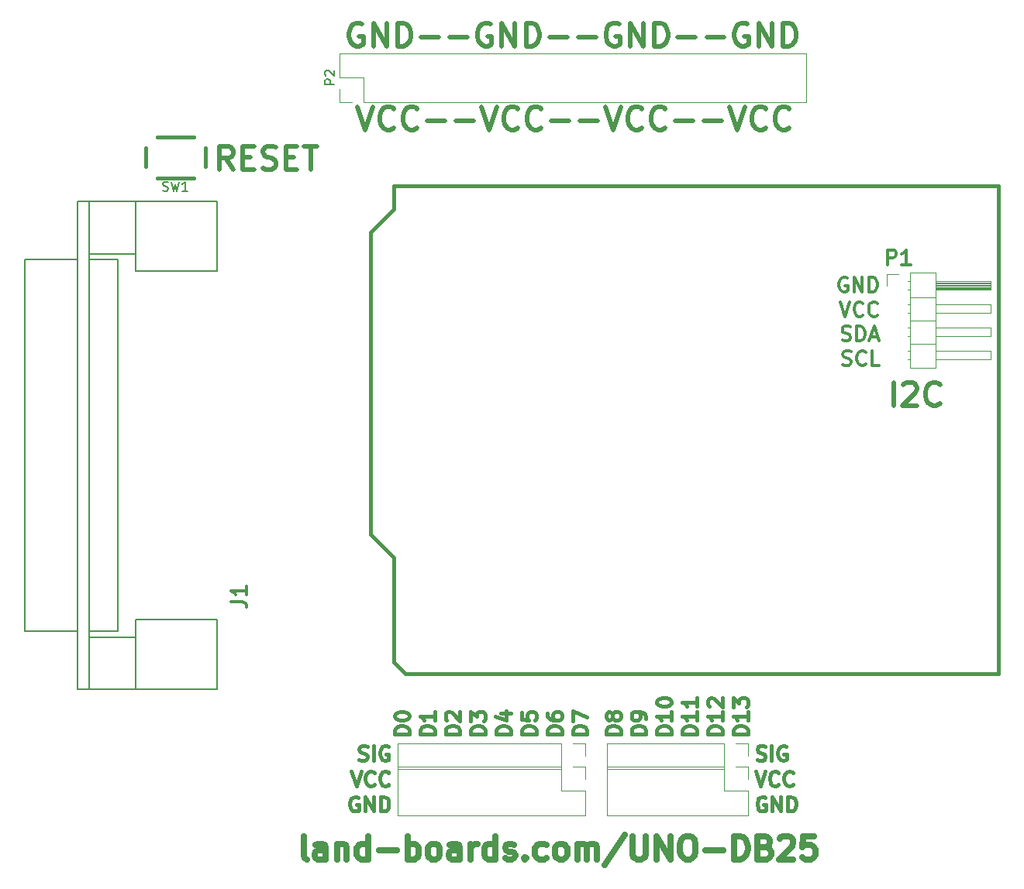
<source format=gbr>
G04 #@! TF.FileFunction,Legend,Top*
%FSLAX46Y46*%
G04 Gerber Fmt 4.6, Leading zero omitted, Abs format (unit mm)*
G04 Created by KiCad (PCBNEW 4.0.5) date 02/24/17 02:37:37*
%MOMM*%
%LPD*%
G01*
G04 APERTURE LIST*
%ADD10C,0.150000*%
%ADD11C,0.396875*%
%ADD12C,0.508000*%
%ADD13C,0.300000*%
%ADD14C,0.635000*%
%ADD15C,0.381000*%
%ADD16C,0.120000*%
%ADD17C,0.317500*%
%ADD18C,0.203200*%
G04 APERTURE END LIST*
D10*
D11*
X35055024Y-91844435D02*
X35281810Y-91920030D01*
X35659786Y-91920030D01*
X35810976Y-91844435D01*
X35886572Y-91768839D01*
X35962167Y-91617649D01*
X35962167Y-91466458D01*
X35886572Y-91315268D01*
X35810976Y-91239673D01*
X35659786Y-91164077D01*
X35357405Y-91088482D01*
X35206214Y-91012887D01*
X35130619Y-90937292D01*
X35055024Y-90786101D01*
X35055024Y-90634911D01*
X35130619Y-90483720D01*
X35206214Y-90408125D01*
X35357405Y-90332530D01*
X35735381Y-90332530D01*
X35962167Y-90408125D01*
X36642524Y-91920030D02*
X36642524Y-90332530D01*
X38230024Y-90408125D02*
X38078833Y-90332530D01*
X37852048Y-90332530D01*
X37625262Y-90408125D01*
X37474071Y-90559315D01*
X37398476Y-90710506D01*
X37322881Y-91012887D01*
X37322881Y-91239673D01*
X37398476Y-91542054D01*
X37474071Y-91693244D01*
X37625262Y-91844435D01*
X37852048Y-91920030D01*
X38003238Y-91920030D01*
X38230024Y-91844435D01*
X38305619Y-91768839D01*
X38305619Y-91239673D01*
X38003238Y-91239673D01*
X34223476Y-93110655D02*
X34752643Y-94698155D01*
X35281810Y-93110655D01*
X36718119Y-94546964D02*
X36642524Y-94622560D01*
X36415738Y-94698155D01*
X36264548Y-94698155D01*
X36037762Y-94622560D01*
X35886571Y-94471369D01*
X35810976Y-94320179D01*
X35735381Y-94017798D01*
X35735381Y-93791012D01*
X35810976Y-93488631D01*
X35886571Y-93337440D01*
X36037762Y-93186250D01*
X36264548Y-93110655D01*
X36415738Y-93110655D01*
X36642524Y-93186250D01*
X36718119Y-93261845D01*
X38305619Y-94546964D02*
X38230024Y-94622560D01*
X38003238Y-94698155D01*
X37852048Y-94698155D01*
X37625262Y-94622560D01*
X37474071Y-94471369D01*
X37398476Y-94320179D01*
X37322881Y-94017798D01*
X37322881Y-93791012D01*
X37398476Y-93488631D01*
X37474071Y-93337440D01*
X37625262Y-93186250D01*
X37852048Y-93110655D01*
X38003238Y-93110655D01*
X38230024Y-93186250D01*
X38305619Y-93261845D01*
X34979429Y-95964375D02*
X34828238Y-95888780D01*
X34601453Y-95888780D01*
X34374667Y-95964375D01*
X34223476Y-96115565D01*
X34147881Y-96266756D01*
X34072286Y-96569137D01*
X34072286Y-96795923D01*
X34147881Y-97098304D01*
X34223476Y-97249494D01*
X34374667Y-97400685D01*
X34601453Y-97476280D01*
X34752643Y-97476280D01*
X34979429Y-97400685D01*
X35055024Y-97325089D01*
X35055024Y-96795923D01*
X34752643Y-96795923D01*
X35735381Y-97476280D02*
X35735381Y-95888780D01*
X36642524Y-97476280D01*
X36642524Y-95888780D01*
X37398476Y-97476280D02*
X37398476Y-95888780D01*
X37776452Y-95888780D01*
X38003238Y-95964375D01*
X38154429Y-96115565D01*
X38230024Y-96266756D01*
X38305619Y-96569137D01*
X38305619Y-96795923D01*
X38230024Y-97098304D01*
X38154429Y-97249494D01*
X38003238Y-97400685D01*
X37776452Y-97476280D01*
X37398476Y-97476280D01*
X78534381Y-91844435D02*
X78761167Y-91920030D01*
X79139143Y-91920030D01*
X79290333Y-91844435D01*
X79365929Y-91768839D01*
X79441524Y-91617649D01*
X79441524Y-91466458D01*
X79365929Y-91315268D01*
X79290333Y-91239673D01*
X79139143Y-91164077D01*
X78836762Y-91088482D01*
X78685571Y-91012887D01*
X78609976Y-90937292D01*
X78534381Y-90786101D01*
X78534381Y-90634911D01*
X78609976Y-90483720D01*
X78685571Y-90408125D01*
X78836762Y-90332530D01*
X79214738Y-90332530D01*
X79441524Y-90408125D01*
X80121881Y-91920030D02*
X80121881Y-90332530D01*
X81709381Y-90408125D02*
X81558190Y-90332530D01*
X81331405Y-90332530D01*
X81104619Y-90408125D01*
X80953428Y-90559315D01*
X80877833Y-90710506D01*
X80802238Y-91012887D01*
X80802238Y-91239673D01*
X80877833Y-91542054D01*
X80953428Y-91693244D01*
X81104619Y-91844435D01*
X81331405Y-91920030D01*
X81482595Y-91920030D01*
X81709381Y-91844435D01*
X81784976Y-91768839D01*
X81784976Y-91239673D01*
X81482595Y-91239673D01*
X78383190Y-93110655D02*
X78912357Y-94698155D01*
X79441524Y-93110655D01*
X80877833Y-94546964D02*
X80802238Y-94622560D01*
X80575452Y-94698155D01*
X80424262Y-94698155D01*
X80197476Y-94622560D01*
X80046285Y-94471369D01*
X79970690Y-94320179D01*
X79895095Y-94017798D01*
X79895095Y-93791012D01*
X79970690Y-93488631D01*
X80046285Y-93337440D01*
X80197476Y-93186250D01*
X80424262Y-93110655D01*
X80575452Y-93110655D01*
X80802238Y-93186250D01*
X80877833Y-93261845D01*
X82465333Y-94546964D02*
X82389738Y-94622560D01*
X82162952Y-94698155D01*
X82011762Y-94698155D01*
X81784976Y-94622560D01*
X81633785Y-94471369D01*
X81558190Y-94320179D01*
X81482595Y-94017798D01*
X81482595Y-93791012D01*
X81558190Y-93488631D01*
X81633785Y-93337440D01*
X81784976Y-93186250D01*
X82011762Y-93110655D01*
X82162952Y-93110655D01*
X82389738Y-93186250D01*
X82465333Y-93261845D01*
X79441524Y-95964375D02*
X79290333Y-95888780D01*
X79063548Y-95888780D01*
X78836762Y-95964375D01*
X78685571Y-96115565D01*
X78609976Y-96266756D01*
X78534381Y-96569137D01*
X78534381Y-96795923D01*
X78609976Y-97098304D01*
X78685571Y-97249494D01*
X78836762Y-97400685D01*
X79063548Y-97476280D01*
X79214738Y-97476280D01*
X79441524Y-97400685D01*
X79517119Y-97325089D01*
X79517119Y-96795923D01*
X79214738Y-96795923D01*
X80197476Y-97476280D02*
X80197476Y-95888780D01*
X81104619Y-97476280D01*
X81104619Y-95888780D01*
X81860571Y-97476280D02*
X81860571Y-95888780D01*
X82238547Y-95888780D01*
X82465333Y-95964375D01*
X82616524Y-96115565D01*
X82692119Y-96266756D01*
X82767714Y-96569137D01*
X82767714Y-96795923D01*
X82692119Y-97098304D01*
X82616524Y-97249494D01*
X82465333Y-97400685D01*
X82238547Y-97476280D01*
X81860571Y-97476280D01*
X63622843Y-89030024D02*
X62035343Y-89030024D01*
X62035343Y-88652048D01*
X62110938Y-88425262D01*
X62262128Y-88274071D01*
X62413319Y-88198476D01*
X62715700Y-88122881D01*
X62942486Y-88122881D01*
X63244867Y-88198476D01*
X63396057Y-88274071D01*
X63547248Y-88425262D01*
X63622843Y-88652048D01*
X63622843Y-89030024D01*
X62715700Y-87215738D02*
X62640105Y-87366929D01*
X62564509Y-87442524D01*
X62413319Y-87518119D01*
X62337724Y-87518119D01*
X62186533Y-87442524D01*
X62110938Y-87366929D01*
X62035343Y-87215738D01*
X62035343Y-86913357D01*
X62110938Y-86762167D01*
X62186533Y-86686571D01*
X62337724Y-86610976D01*
X62413319Y-86610976D01*
X62564509Y-86686571D01*
X62640105Y-86762167D01*
X62715700Y-86913357D01*
X62715700Y-87215738D01*
X62791295Y-87366929D01*
X62866890Y-87442524D01*
X63018081Y-87518119D01*
X63320462Y-87518119D01*
X63471652Y-87442524D01*
X63547248Y-87366929D01*
X63622843Y-87215738D01*
X63622843Y-86913357D01*
X63547248Y-86762167D01*
X63471652Y-86686571D01*
X63320462Y-86610976D01*
X63018081Y-86610976D01*
X62866890Y-86686571D01*
X62791295Y-86762167D01*
X62715700Y-86913357D01*
X66400968Y-89030024D02*
X64813468Y-89030024D01*
X64813468Y-88652048D01*
X64889063Y-88425262D01*
X65040253Y-88274071D01*
X65191444Y-88198476D01*
X65493825Y-88122881D01*
X65720611Y-88122881D01*
X66022992Y-88198476D01*
X66174182Y-88274071D01*
X66325373Y-88425262D01*
X66400968Y-88652048D01*
X66400968Y-89030024D01*
X66400968Y-87366929D02*
X66400968Y-87064548D01*
X66325373Y-86913357D01*
X66249777Y-86837762D01*
X66022992Y-86686571D01*
X65720611Y-86610976D01*
X65115849Y-86610976D01*
X64964658Y-86686571D01*
X64889063Y-86762167D01*
X64813468Y-86913357D01*
X64813468Y-87215738D01*
X64889063Y-87366929D01*
X64964658Y-87442524D01*
X65115849Y-87518119D01*
X65493825Y-87518119D01*
X65645015Y-87442524D01*
X65720611Y-87366929D01*
X65796206Y-87215738D01*
X65796206Y-86913357D01*
X65720611Y-86762167D01*
X65645015Y-86686571D01*
X65493825Y-86610976D01*
X69179093Y-89030024D02*
X67591593Y-89030024D01*
X67591593Y-88652048D01*
X67667188Y-88425262D01*
X67818378Y-88274071D01*
X67969569Y-88198476D01*
X68271950Y-88122881D01*
X68498736Y-88122881D01*
X68801117Y-88198476D01*
X68952307Y-88274071D01*
X69103498Y-88425262D01*
X69179093Y-88652048D01*
X69179093Y-89030024D01*
X69179093Y-86610976D02*
X69179093Y-87518119D01*
X69179093Y-87064548D02*
X67591593Y-87064548D01*
X67818378Y-87215738D01*
X67969569Y-87366929D01*
X68045164Y-87518119D01*
X67591593Y-85628238D02*
X67591593Y-85477047D01*
X67667188Y-85325857D01*
X67742783Y-85250262D01*
X67893974Y-85174666D01*
X68196355Y-85099071D01*
X68574331Y-85099071D01*
X68876712Y-85174666D01*
X69027902Y-85250262D01*
X69103498Y-85325857D01*
X69179093Y-85477047D01*
X69179093Y-85628238D01*
X69103498Y-85779428D01*
X69027902Y-85855024D01*
X68876712Y-85930619D01*
X68574331Y-86006214D01*
X68196355Y-86006214D01*
X67893974Y-85930619D01*
X67742783Y-85855024D01*
X67667188Y-85779428D01*
X67591593Y-85628238D01*
X71957218Y-89030024D02*
X70369718Y-89030024D01*
X70369718Y-88652048D01*
X70445313Y-88425262D01*
X70596503Y-88274071D01*
X70747694Y-88198476D01*
X71050075Y-88122881D01*
X71276861Y-88122881D01*
X71579242Y-88198476D01*
X71730432Y-88274071D01*
X71881623Y-88425262D01*
X71957218Y-88652048D01*
X71957218Y-89030024D01*
X71957218Y-86610976D02*
X71957218Y-87518119D01*
X71957218Y-87064548D02*
X70369718Y-87064548D01*
X70596503Y-87215738D01*
X70747694Y-87366929D01*
X70823289Y-87518119D01*
X71957218Y-85099071D02*
X71957218Y-86006214D01*
X71957218Y-85552643D02*
X70369718Y-85552643D01*
X70596503Y-85703833D01*
X70747694Y-85855024D01*
X70823289Y-86006214D01*
X74735343Y-89030024D02*
X73147843Y-89030024D01*
X73147843Y-88652048D01*
X73223438Y-88425262D01*
X73374628Y-88274071D01*
X73525819Y-88198476D01*
X73828200Y-88122881D01*
X74054986Y-88122881D01*
X74357367Y-88198476D01*
X74508557Y-88274071D01*
X74659748Y-88425262D01*
X74735343Y-88652048D01*
X74735343Y-89030024D01*
X74735343Y-86610976D02*
X74735343Y-87518119D01*
X74735343Y-87064548D02*
X73147843Y-87064548D01*
X73374628Y-87215738D01*
X73525819Y-87366929D01*
X73601414Y-87518119D01*
X73299033Y-86006214D02*
X73223438Y-85930619D01*
X73147843Y-85779428D01*
X73147843Y-85401452D01*
X73223438Y-85250262D01*
X73299033Y-85174666D01*
X73450224Y-85099071D01*
X73601414Y-85099071D01*
X73828200Y-85174666D01*
X74735343Y-86081809D01*
X74735343Y-85099071D01*
X77513468Y-89030024D02*
X75925968Y-89030024D01*
X75925968Y-88652048D01*
X76001563Y-88425262D01*
X76152753Y-88274071D01*
X76303944Y-88198476D01*
X76606325Y-88122881D01*
X76833111Y-88122881D01*
X77135492Y-88198476D01*
X77286682Y-88274071D01*
X77437873Y-88425262D01*
X77513468Y-88652048D01*
X77513468Y-89030024D01*
X77513468Y-86610976D02*
X77513468Y-87518119D01*
X77513468Y-87064548D02*
X75925968Y-87064548D01*
X76152753Y-87215738D01*
X76303944Y-87366929D01*
X76379539Y-87518119D01*
X75925968Y-86081809D02*
X75925968Y-85099071D01*
X76530730Y-85628238D01*
X76530730Y-85401452D01*
X76606325Y-85250262D01*
X76681920Y-85174666D01*
X76833111Y-85099071D01*
X77211087Y-85099071D01*
X77362277Y-85174666D01*
X77437873Y-85250262D01*
X77513468Y-85401452D01*
X77513468Y-85855024D01*
X77437873Y-86006214D01*
X77362277Y-86081809D01*
X40524718Y-89030024D02*
X38937218Y-89030024D01*
X38937218Y-88652048D01*
X39012813Y-88425262D01*
X39164003Y-88274071D01*
X39315194Y-88198476D01*
X39617575Y-88122881D01*
X39844361Y-88122881D01*
X40146742Y-88198476D01*
X40297932Y-88274071D01*
X40449123Y-88425262D01*
X40524718Y-88652048D01*
X40524718Y-89030024D01*
X38937218Y-87140143D02*
X38937218Y-86988952D01*
X39012813Y-86837762D01*
X39088408Y-86762167D01*
X39239599Y-86686571D01*
X39541980Y-86610976D01*
X39919956Y-86610976D01*
X40222337Y-86686571D01*
X40373527Y-86762167D01*
X40449123Y-86837762D01*
X40524718Y-86988952D01*
X40524718Y-87140143D01*
X40449123Y-87291333D01*
X40373527Y-87366929D01*
X40222337Y-87442524D01*
X39919956Y-87518119D01*
X39541980Y-87518119D01*
X39239599Y-87442524D01*
X39088408Y-87366929D01*
X39012813Y-87291333D01*
X38937218Y-87140143D01*
X43302843Y-89030024D02*
X41715343Y-89030024D01*
X41715343Y-88652048D01*
X41790938Y-88425262D01*
X41942128Y-88274071D01*
X42093319Y-88198476D01*
X42395700Y-88122881D01*
X42622486Y-88122881D01*
X42924867Y-88198476D01*
X43076057Y-88274071D01*
X43227248Y-88425262D01*
X43302843Y-88652048D01*
X43302843Y-89030024D01*
X43302843Y-86610976D02*
X43302843Y-87518119D01*
X43302843Y-87064548D02*
X41715343Y-87064548D01*
X41942128Y-87215738D01*
X42093319Y-87366929D01*
X42168914Y-87518119D01*
X46080968Y-89030024D02*
X44493468Y-89030024D01*
X44493468Y-88652048D01*
X44569063Y-88425262D01*
X44720253Y-88274071D01*
X44871444Y-88198476D01*
X45173825Y-88122881D01*
X45400611Y-88122881D01*
X45702992Y-88198476D01*
X45854182Y-88274071D01*
X46005373Y-88425262D01*
X46080968Y-88652048D01*
X46080968Y-89030024D01*
X44644658Y-87518119D02*
X44569063Y-87442524D01*
X44493468Y-87291333D01*
X44493468Y-86913357D01*
X44569063Y-86762167D01*
X44644658Y-86686571D01*
X44795849Y-86610976D01*
X44947039Y-86610976D01*
X45173825Y-86686571D01*
X46080968Y-87593714D01*
X46080968Y-86610976D01*
X48859093Y-89030024D02*
X47271593Y-89030024D01*
X47271593Y-88652048D01*
X47347188Y-88425262D01*
X47498378Y-88274071D01*
X47649569Y-88198476D01*
X47951950Y-88122881D01*
X48178736Y-88122881D01*
X48481117Y-88198476D01*
X48632307Y-88274071D01*
X48783498Y-88425262D01*
X48859093Y-88652048D01*
X48859093Y-89030024D01*
X47271593Y-87593714D02*
X47271593Y-86610976D01*
X47876355Y-87140143D01*
X47876355Y-86913357D01*
X47951950Y-86762167D01*
X48027545Y-86686571D01*
X48178736Y-86610976D01*
X48556712Y-86610976D01*
X48707902Y-86686571D01*
X48783498Y-86762167D01*
X48859093Y-86913357D01*
X48859093Y-87366929D01*
X48783498Y-87518119D01*
X48707902Y-87593714D01*
X51637218Y-89030024D02*
X50049718Y-89030024D01*
X50049718Y-88652048D01*
X50125313Y-88425262D01*
X50276503Y-88274071D01*
X50427694Y-88198476D01*
X50730075Y-88122881D01*
X50956861Y-88122881D01*
X51259242Y-88198476D01*
X51410432Y-88274071D01*
X51561623Y-88425262D01*
X51637218Y-88652048D01*
X51637218Y-89030024D01*
X50578884Y-86762167D02*
X51637218Y-86762167D01*
X49974123Y-87140143D02*
X51108051Y-87518119D01*
X51108051Y-86535381D01*
X54415343Y-89030024D02*
X52827843Y-89030024D01*
X52827843Y-88652048D01*
X52903438Y-88425262D01*
X53054628Y-88274071D01*
X53205819Y-88198476D01*
X53508200Y-88122881D01*
X53734986Y-88122881D01*
X54037367Y-88198476D01*
X54188557Y-88274071D01*
X54339748Y-88425262D01*
X54415343Y-88652048D01*
X54415343Y-89030024D01*
X52827843Y-86686571D02*
X52827843Y-87442524D01*
X53583795Y-87518119D01*
X53508200Y-87442524D01*
X53432605Y-87291333D01*
X53432605Y-86913357D01*
X53508200Y-86762167D01*
X53583795Y-86686571D01*
X53734986Y-86610976D01*
X54112962Y-86610976D01*
X54264152Y-86686571D01*
X54339748Y-86762167D01*
X54415343Y-86913357D01*
X54415343Y-87291333D01*
X54339748Y-87442524D01*
X54264152Y-87518119D01*
X57193468Y-89030024D02*
X55605968Y-89030024D01*
X55605968Y-88652048D01*
X55681563Y-88425262D01*
X55832753Y-88274071D01*
X55983944Y-88198476D01*
X56286325Y-88122881D01*
X56513111Y-88122881D01*
X56815492Y-88198476D01*
X56966682Y-88274071D01*
X57117873Y-88425262D01*
X57193468Y-88652048D01*
X57193468Y-89030024D01*
X55605968Y-86762167D02*
X55605968Y-87064548D01*
X55681563Y-87215738D01*
X55757158Y-87291333D01*
X55983944Y-87442524D01*
X56286325Y-87518119D01*
X56891087Y-87518119D01*
X57042277Y-87442524D01*
X57117873Y-87366929D01*
X57193468Y-87215738D01*
X57193468Y-86913357D01*
X57117873Y-86762167D01*
X57042277Y-86686571D01*
X56891087Y-86610976D01*
X56513111Y-86610976D01*
X56361920Y-86686571D01*
X56286325Y-86762167D01*
X56210730Y-86913357D01*
X56210730Y-87215738D01*
X56286325Y-87366929D01*
X56361920Y-87442524D01*
X56513111Y-87518119D01*
X59971593Y-89030024D02*
X58384093Y-89030024D01*
X58384093Y-88652048D01*
X58459688Y-88425262D01*
X58610878Y-88274071D01*
X58762069Y-88198476D01*
X59064450Y-88122881D01*
X59291236Y-88122881D01*
X59593617Y-88198476D01*
X59744807Y-88274071D01*
X59895998Y-88425262D01*
X59971593Y-88652048D01*
X59971593Y-89030024D01*
X58384093Y-87593714D02*
X58384093Y-86535381D01*
X59971593Y-87215738D01*
D12*
X34894761Y-20453048D02*
X35741427Y-22993048D01*
X36588094Y-20453048D01*
X38886189Y-22751143D02*
X38765237Y-22872095D01*
X38402380Y-22993048D01*
X38160475Y-22993048D01*
X37797618Y-22872095D01*
X37555713Y-22630190D01*
X37434761Y-22388286D01*
X37313809Y-21904476D01*
X37313809Y-21541619D01*
X37434761Y-21057810D01*
X37555713Y-20815905D01*
X37797618Y-20574000D01*
X38160475Y-20453048D01*
X38402380Y-20453048D01*
X38765237Y-20574000D01*
X38886189Y-20694952D01*
X41426189Y-22751143D02*
X41305237Y-22872095D01*
X40942380Y-22993048D01*
X40700475Y-22993048D01*
X40337618Y-22872095D01*
X40095713Y-22630190D01*
X39974761Y-22388286D01*
X39853809Y-21904476D01*
X39853809Y-21541619D01*
X39974761Y-21057810D01*
X40095713Y-20815905D01*
X40337618Y-20574000D01*
X40700475Y-20453048D01*
X40942380Y-20453048D01*
X41305237Y-20574000D01*
X41426189Y-20694952D01*
X42514761Y-22025429D02*
X44449999Y-22025429D01*
X45659523Y-22025429D02*
X47594761Y-22025429D01*
X48441428Y-20453048D02*
X49288094Y-22993048D01*
X50134761Y-20453048D01*
X52432856Y-22751143D02*
X52311904Y-22872095D01*
X51949047Y-22993048D01*
X51707142Y-22993048D01*
X51344285Y-22872095D01*
X51102380Y-22630190D01*
X50981428Y-22388286D01*
X50860476Y-21904476D01*
X50860476Y-21541619D01*
X50981428Y-21057810D01*
X51102380Y-20815905D01*
X51344285Y-20574000D01*
X51707142Y-20453048D01*
X51949047Y-20453048D01*
X52311904Y-20574000D01*
X52432856Y-20694952D01*
X54972856Y-22751143D02*
X54851904Y-22872095D01*
X54489047Y-22993048D01*
X54247142Y-22993048D01*
X53884285Y-22872095D01*
X53642380Y-22630190D01*
X53521428Y-22388286D01*
X53400476Y-21904476D01*
X53400476Y-21541619D01*
X53521428Y-21057810D01*
X53642380Y-20815905D01*
X53884285Y-20574000D01*
X54247142Y-20453048D01*
X54489047Y-20453048D01*
X54851904Y-20574000D01*
X54972856Y-20694952D01*
X56061428Y-22025429D02*
X57996666Y-22025429D01*
X59206190Y-22025429D02*
X61141428Y-22025429D01*
X61988095Y-20453048D02*
X62834761Y-22993048D01*
X63681428Y-20453048D01*
X65979523Y-22751143D02*
X65858571Y-22872095D01*
X65495714Y-22993048D01*
X65253809Y-22993048D01*
X64890952Y-22872095D01*
X64649047Y-22630190D01*
X64528095Y-22388286D01*
X64407143Y-21904476D01*
X64407143Y-21541619D01*
X64528095Y-21057810D01*
X64649047Y-20815905D01*
X64890952Y-20574000D01*
X65253809Y-20453048D01*
X65495714Y-20453048D01*
X65858571Y-20574000D01*
X65979523Y-20694952D01*
X68519523Y-22751143D02*
X68398571Y-22872095D01*
X68035714Y-22993048D01*
X67793809Y-22993048D01*
X67430952Y-22872095D01*
X67189047Y-22630190D01*
X67068095Y-22388286D01*
X66947143Y-21904476D01*
X66947143Y-21541619D01*
X67068095Y-21057810D01*
X67189047Y-20815905D01*
X67430952Y-20574000D01*
X67793809Y-20453048D01*
X68035714Y-20453048D01*
X68398571Y-20574000D01*
X68519523Y-20694952D01*
X69608095Y-22025429D02*
X71543333Y-22025429D01*
X72752857Y-22025429D02*
X74688095Y-22025429D01*
X75534762Y-20453048D02*
X76381428Y-22993048D01*
X77228095Y-20453048D01*
X79526190Y-22751143D02*
X79405238Y-22872095D01*
X79042381Y-22993048D01*
X78800476Y-22993048D01*
X78437619Y-22872095D01*
X78195714Y-22630190D01*
X78074762Y-22388286D01*
X77953810Y-21904476D01*
X77953810Y-21541619D01*
X78074762Y-21057810D01*
X78195714Y-20815905D01*
X78437619Y-20574000D01*
X78800476Y-20453048D01*
X79042381Y-20453048D01*
X79405238Y-20574000D01*
X79526190Y-20694952D01*
X82066190Y-22751143D02*
X81945238Y-22872095D01*
X81582381Y-22993048D01*
X81340476Y-22993048D01*
X80977619Y-22872095D01*
X80735714Y-22630190D01*
X80614762Y-22388286D01*
X80493810Y-21904476D01*
X80493810Y-21541619D01*
X80614762Y-21057810D01*
X80735714Y-20815905D01*
X80977619Y-20574000D01*
X81340476Y-20453048D01*
X81582381Y-20453048D01*
X81945238Y-20574000D01*
X82066190Y-20694952D01*
X35414858Y-11430000D02*
X35172953Y-11309048D01*
X34810096Y-11309048D01*
X34447239Y-11430000D01*
X34205334Y-11671905D01*
X34084382Y-11913810D01*
X33963430Y-12397619D01*
X33963430Y-12760476D01*
X34084382Y-13244286D01*
X34205334Y-13486190D01*
X34447239Y-13728095D01*
X34810096Y-13849048D01*
X35052001Y-13849048D01*
X35414858Y-13728095D01*
X35535810Y-13607143D01*
X35535810Y-12760476D01*
X35052001Y-12760476D01*
X36624382Y-13849048D02*
X36624382Y-11309048D01*
X38075810Y-13849048D01*
X38075810Y-11309048D01*
X39285334Y-13849048D02*
X39285334Y-11309048D01*
X39890096Y-11309048D01*
X40252953Y-11430000D01*
X40494858Y-11671905D01*
X40615810Y-11913810D01*
X40736762Y-12397619D01*
X40736762Y-12760476D01*
X40615810Y-13244286D01*
X40494858Y-13486190D01*
X40252953Y-13728095D01*
X39890096Y-13849048D01*
X39285334Y-13849048D01*
X41825334Y-12881429D02*
X43760572Y-12881429D01*
X44970096Y-12881429D02*
X46905334Y-12881429D01*
X49445334Y-11430000D02*
X49203429Y-11309048D01*
X48840572Y-11309048D01*
X48477715Y-11430000D01*
X48235810Y-11671905D01*
X48114858Y-11913810D01*
X47993906Y-12397619D01*
X47993906Y-12760476D01*
X48114858Y-13244286D01*
X48235810Y-13486190D01*
X48477715Y-13728095D01*
X48840572Y-13849048D01*
X49082477Y-13849048D01*
X49445334Y-13728095D01*
X49566286Y-13607143D01*
X49566286Y-12760476D01*
X49082477Y-12760476D01*
X50654858Y-13849048D02*
X50654858Y-11309048D01*
X52106286Y-13849048D01*
X52106286Y-11309048D01*
X53315810Y-13849048D02*
X53315810Y-11309048D01*
X53920572Y-11309048D01*
X54283429Y-11430000D01*
X54525334Y-11671905D01*
X54646286Y-11913810D01*
X54767238Y-12397619D01*
X54767238Y-12760476D01*
X54646286Y-13244286D01*
X54525334Y-13486190D01*
X54283429Y-13728095D01*
X53920572Y-13849048D01*
X53315810Y-13849048D01*
X55855810Y-12881429D02*
X57791048Y-12881429D01*
X59000572Y-12881429D02*
X60935810Y-12881429D01*
X63475810Y-11430000D02*
X63233905Y-11309048D01*
X62871048Y-11309048D01*
X62508191Y-11430000D01*
X62266286Y-11671905D01*
X62145334Y-11913810D01*
X62024382Y-12397619D01*
X62024382Y-12760476D01*
X62145334Y-13244286D01*
X62266286Y-13486190D01*
X62508191Y-13728095D01*
X62871048Y-13849048D01*
X63112953Y-13849048D01*
X63475810Y-13728095D01*
X63596762Y-13607143D01*
X63596762Y-12760476D01*
X63112953Y-12760476D01*
X64685334Y-13849048D02*
X64685334Y-11309048D01*
X66136762Y-13849048D01*
X66136762Y-11309048D01*
X67346286Y-13849048D02*
X67346286Y-11309048D01*
X67951048Y-11309048D01*
X68313905Y-11430000D01*
X68555810Y-11671905D01*
X68676762Y-11913810D01*
X68797714Y-12397619D01*
X68797714Y-12760476D01*
X68676762Y-13244286D01*
X68555810Y-13486190D01*
X68313905Y-13728095D01*
X67951048Y-13849048D01*
X67346286Y-13849048D01*
X69886286Y-12881429D02*
X71821524Y-12881429D01*
X73031048Y-12881429D02*
X74966286Y-12881429D01*
X77506286Y-11430000D02*
X77264381Y-11309048D01*
X76901524Y-11309048D01*
X76538667Y-11430000D01*
X76296762Y-11671905D01*
X76175810Y-11913810D01*
X76054858Y-12397619D01*
X76054858Y-12760476D01*
X76175810Y-13244286D01*
X76296762Y-13486190D01*
X76538667Y-13728095D01*
X76901524Y-13849048D01*
X77143429Y-13849048D01*
X77506286Y-13728095D01*
X77627238Y-13607143D01*
X77627238Y-12760476D01*
X77143429Y-12760476D01*
X78715810Y-13849048D02*
X78715810Y-11309048D01*
X80167238Y-13849048D01*
X80167238Y-11309048D01*
X81376762Y-13849048D02*
X81376762Y-11309048D01*
X81981524Y-11309048D01*
X82344381Y-11430000D01*
X82586286Y-11671905D01*
X82707238Y-11913810D01*
X82828190Y-12397619D01*
X82828190Y-12760476D01*
X82707238Y-13244286D01*
X82586286Y-13486190D01*
X82344381Y-13728095D01*
X81981524Y-13849048D01*
X81376762Y-13849048D01*
X21299714Y-27311048D02*
X20453048Y-26101524D01*
X19848286Y-27311048D02*
X19848286Y-24771048D01*
X20815905Y-24771048D01*
X21057810Y-24892000D01*
X21178762Y-25012952D01*
X21299714Y-25254857D01*
X21299714Y-25617714D01*
X21178762Y-25859619D01*
X21057810Y-25980571D01*
X20815905Y-26101524D01*
X19848286Y-26101524D01*
X22388286Y-25980571D02*
X23234953Y-25980571D01*
X23597810Y-27311048D02*
X22388286Y-27311048D01*
X22388286Y-24771048D01*
X23597810Y-24771048D01*
X24565429Y-27190095D02*
X24928286Y-27311048D01*
X25533048Y-27311048D01*
X25774952Y-27190095D01*
X25895905Y-27069143D01*
X26016857Y-26827238D01*
X26016857Y-26585333D01*
X25895905Y-26343429D01*
X25774952Y-26222476D01*
X25533048Y-26101524D01*
X25049238Y-25980571D01*
X24807333Y-25859619D01*
X24686381Y-25738667D01*
X24565429Y-25496762D01*
X24565429Y-25254857D01*
X24686381Y-25012952D01*
X24807333Y-24892000D01*
X25049238Y-24771048D01*
X25654000Y-24771048D01*
X26016857Y-24892000D01*
X27105429Y-25980571D02*
X27952096Y-25980571D01*
X28314953Y-27311048D02*
X27105429Y-27311048D01*
X27105429Y-24771048D01*
X28314953Y-24771048D01*
X29040667Y-24771048D02*
X30492095Y-24771048D01*
X29766381Y-27311048D02*
X29766381Y-24771048D01*
X93436190Y-53149048D02*
X93436190Y-50609048D01*
X94524762Y-50850952D02*
X94645714Y-50730000D01*
X94887619Y-50609048D01*
X95492381Y-50609048D01*
X95734285Y-50730000D01*
X95855238Y-50850952D01*
X95976190Y-51092857D01*
X95976190Y-51334762D01*
X95855238Y-51697619D01*
X94403809Y-53149048D01*
X95976190Y-53149048D01*
X98516190Y-52907143D02*
X98395238Y-53028095D01*
X98032381Y-53149048D01*
X97790476Y-53149048D01*
X97427619Y-53028095D01*
X97185714Y-52786190D01*
X97064762Y-52544286D01*
X96943810Y-52060476D01*
X96943810Y-51697619D01*
X97064762Y-51213810D01*
X97185714Y-50971905D01*
X97427619Y-50730000D01*
X97790476Y-50609048D01*
X98032381Y-50609048D01*
X98395238Y-50730000D01*
X98516190Y-50850952D01*
D13*
X88371429Y-39184375D02*
X88220238Y-39108780D01*
X87993453Y-39108780D01*
X87766667Y-39184375D01*
X87615476Y-39335565D01*
X87539881Y-39486756D01*
X87464286Y-39789137D01*
X87464286Y-40015923D01*
X87539881Y-40318304D01*
X87615476Y-40469494D01*
X87766667Y-40620685D01*
X87993453Y-40696280D01*
X88144643Y-40696280D01*
X88371429Y-40620685D01*
X88447024Y-40545089D01*
X88447024Y-40015923D01*
X88144643Y-40015923D01*
X89127381Y-40696280D02*
X89127381Y-39108780D01*
X90034524Y-40696280D01*
X90034524Y-39108780D01*
X90790476Y-40696280D02*
X90790476Y-39108780D01*
X91168452Y-39108780D01*
X91395238Y-39184375D01*
X91546429Y-39335565D01*
X91622024Y-39486756D01*
X91697619Y-39789137D01*
X91697619Y-40015923D01*
X91622024Y-40318304D01*
X91546429Y-40469494D01*
X91395238Y-40620685D01*
X91168452Y-40696280D01*
X90790476Y-40696280D01*
X87615476Y-41790030D02*
X88144643Y-43377530D01*
X88673810Y-41790030D01*
X90110119Y-43226339D02*
X90034524Y-43301935D01*
X89807738Y-43377530D01*
X89656548Y-43377530D01*
X89429762Y-43301935D01*
X89278571Y-43150744D01*
X89202976Y-42999554D01*
X89127381Y-42697173D01*
X89127381Y-42470387D01*
X89202976Y-42168006D01*
X89278571Y-42016815D01*
X89429762Y-41865625D01*
X89656548Y-41790030D01*
X89807738Y-41790030D01*
X90034524Y-41865625D01*
X90110119Y-41941220D01*
X91697619Y-43226339D02*
X91622024Y-43301935D01*
X91395238Y-43377530D01*
X91244048Y-43377530D01*
X91017262Y-43301935D01*
X90866071Y-43150744D01*
X90790476Y-42999554D01*
X90714881Y-42697173D01*
X90714881Y-42470387D01*
X90790476Y-42168006D01*
X90866071Y-42016815D01*
X91017262Y-41865625D01*
X91244048Y-41790030D01*
X91395238Y-41790030D01*
X91622024Y-41865625D01*
X91697619Y-41941220D01*
X87842262Y-45983185D02*
X88069048Y-46058780D01*
X88447024Y-46058780D01*
X88598214Y-45983185D01*
X88673810Y-45907589D01*
X88749405Y-45756399D01*
X88749405Y-45605208D01*
X88673810Y-45454018D01*
X88598214Y-45378423D01*
X88447024Y-45302827D01*
X88144643Y-45227232D01*
X87993452Y-45151637D01*
X87917857Y-45076042D01*
X87842262Y-44924851D01*
X87842262Y-44773661D01*
X87917857Y-44622470D01*
X87993452Y-44546875D01*
X88144643Y-44471280D01*
X88522619Y-44471280D01*
X88749405Y-44546875D01*
X89429762Y-46058780D02*
X89429762Y-44471280D01*
X89807738Y-44471280D01*
X90034524Y-44546875D01*
X90185715Y-44698065D01*
X90261310Y-44849256D01*
X90336905Y-45151637D01*
X90336905Y-45378423D01*
X90261310Y-45680804D01*
X90185715Y-45831994D01*
X90034524Y-45983185D01*
X89807738Y-46058780D01*
X89429762Y-46058780D01*
X90941667Y-45605208D02*
X91697619Y-45605208D01*
X90790476Y-46058780D02*
X91319643Y-44471280D01*
X91848810Y-46058780D01*
X87917857Y-48664435D02*
X88144643Y-48740030D01*
X88522619Y-48740030D01*
X88673809Y-48664435D01*
X88749405Y-48588839D01*
X88825000Y-48437649D01*
X88825000Y-48286458D01*
X88749405Y-48135268D01*
X88673809Y-48059673D01*
X88522619Y-47984077D01*
X88220238Y-47908482D01*
X88069047Y-47832887D01*
X87993452Y-47757292D01*
X87917857Y-47606101D01*
X87917857Y-47454911D01*
X87993452Y-47303720D01*
X88069047Y-47228125D01*
X88220238Y-47152530D01*
X88598214Y-47152530D01*
X88825000Y-47228125D01*
X90412500Y-48588839D02*
X90336905Y-48664435D01*
X90110119Y-48740030D01*
X89958929Y-48740030D01*
X89732143Y-48664435D01*
X89580952Y-48513244D01*
X89505357Y-48362054D01*
X89429762Y-48059673D01*
X89429762Y-47832887D01*
X89505357Y-47530506D01*
X89580952Y-47379315D01*
X89732143Y-47228125D01*
X89958929Y-47152530D01*
X90110119Y-47152530D01*
X90336905Y-47228125D01*
X90412500Y-47303720D01*
X91848810Y-48740030D02*
X91092857Y-48740030D01*
X91092857Y-47152530D01*
D14*
X29379335Y-102749048D02*
X29137430Y-102628095D01*
X29016478Y-102386190D01*
X29016478Y-100209048D01*
X31435525Y-102749048D02*
X31435525Y-101418571D01*
X31314573Y-101176667D01*
X31072668Y-101055714D01*
X30588859Y-101055714D01*
X30346954Y-101176667D01*
X31435525Y-102628095D02*
X31193621Y-102749048D01*
X30588859Y-102749048D01*
X30346954Y-102628095D01*
X30226002Y-102386190D01*
X30226002Y-102144286D01*
X30346954Y-101902381D01*
X30588859Y-101781429D01*
X31193621Y-101781429D01*
X31435525Y-101660476D01*
X32645049Y-101055714D02*
X32645049Y-102749048D01*
X32645049Y-101297619D02*
X32766001Y-101176667D01*
X33007906Y-101055714D01*
X33370763Y-101055714D01*
X33612668Y-101176667D01*
X33733620Y-101418571D01*
X33733620Y-102749048D01*
X36031715Y-102749048D02*
X36031715Y-100209048D01*
X36031715Y-102628095D02*
X35789811Y-102749048D01*
X35306001Y-102749048D01*
X35064096Y-102628095D01*
X34943144Y-102507143D01*
X34822192Y-102265238D01*
X34822192Y-101539524D01*
X34943144Y-101297619D01*
X35064096Y-101176667D01*
X35306001Y-101055714D01*
X35789811Y-101055714D01*
X36031715Y-101176667D01*
X37241239Y-101781429D02*
X39176477Y-101781429D01*
X40386001Y-102749048D02*
X40386001Y-100209048D01*
X40386001Y-101176667D02*
X40627906Y-101055714D01*
X41111715Y-101055714D01*
X41353620Y-101176667D01*
X41474572Y-101297619D01*
X41595525Y-101539524D01*
X41595525Y-102265238D01*
X41474572Y-102507143D01*
X41353620Y-102628095D01*
X41111715Y-102749048D01*
X40627906Y-102749048D01*
X40386001Y-102628095D01*
X43046953Y-102749048D02*
X42805048Y-102628095D01*
X42684096Y-102507143D01*
X42563144Y-102265238D01*
X42563144Y-101539524D01*
X42684096Y-101297619D01*
X42805048Y-101176667D01*
X43046953Y-101055714D01*
X43409810Y-101055714D01*
X43651715Y-101176667D01*
X43772667Y-101297619D01*
X43893620Y-101539524D01*
X43893620Y-102265238D01*
X43772667Y-102507143D01*
X43651715Y-102628095D01*
X43409810Y-102749048D01*
X43046953Y-102749048D01*
X46070762Y-102749048D02*
X46070762Y-101418571D01*
X45949810Y-101176667D01*
X45707905Y-101055714D01*
X45224096Y-101055714D01*
X44982191Y-101176667D01*
X46070762Y-102628095D02*
X45828858Y-102749048D01*
X45224096Y-102749048D01*
X44982191Y-102628095D01*
X44861239Y-102386190D01*
X44861239Y-102144286D01*
X44982191Y-101902381D01*
X45224096Y-101781429D01*
X45828858Y-101781429D01*
X46070762Y-101660476D01*
X47280286Y-102749048D02*
X47280286Y-101055714D01*
X47280286Y-101539524D02*
X47401238Y-101297619D01*
X47522191Y-101176667D01*
X47764095Y-101055714D01*
X48006000Y-101055714D01*
X49941238Y-102749048D02*
X49941238Y-100209048D01*
X49941238Y-102628095D02*
X49699334Y-102749048D01*
X49215524Y-102749048D01*
X48973619Y-102628095D01*
X48852667Y-102507143D01*
X48731715Y-102265238D01*
X48731715Y-101539524D01*
X48852667Y-101297619D01*
X48973619Y-101176667D01*
X49215524Y-101055714D01*
X49699334Y-101055714D01*
X49941238Y-101176667D01*
X51029810Y-102628095D02*
X51271714Y-102749048D01*
X51755524Y-102749048D01*
X51997429Y-102628095D01*
X52118381Y-102386190D01*
X52118381Y-102265238D01*
X51997429Y-102023333D01*
X51755524Y-101902381D01*
X51392667Y-101902381D01*
X51150762Y-101781429D01*
X51029810Y-101539524D01*
X51029810Y-101418571D01*
X51150762Y-101176667D01*
X51392667Y-101055714D01*
X51755524Y-101055714D01*
X51997429Y-101176667D01*
X53206952Y-102507143D02*
X53327904Y-102628095D01*
X53206952Y-102749048D01*
X53086000Y-102628095D01*
X53206952Y-102507143D01*
X53206952Y-102749048D01*
X55505047Y-102628095D02*
X55263143Y-102749048D01*
X54779333Y-102749048D01*
X54537428Y-102628095D01*
X54416476Y-102507143D01*
X54295524Y-102265238D01*
X54295524Y-101539524D01*
X54416476Y-101297619D01*
X54537428Y-101176667D01*
X54779333Y-101055714D01*
X55263143Y-101055714D01*
X55505047Y-101176667D01*
X56956476Y-102749048D02*
X56714571Y-102628095D01*
X56593619Y-102507143D01*
X56472667Y-102265238D01*
X56472667Y-101539524D01*
X56593619Y-101297619D01*
X56714571Y-101176667D01*
X56956476Y-101055714D01*
X57319333Y-101055714D01*
X57561238Y-101176667D01*
X57682190Y-101297619D01*
X57803143Y-101539524D01*
X57803143Y-102265238D01*
X57682190Y-102507143D01*
X57561238Y-102628095D01*
X57319333Y-102749048D01*
X56956476Y-102749048D01*
X58891714Y-102749048D02*
X58891714Y-101055714D01*
X58891714Y-101297619D02*
X59012666Y-101176667D01*
X59254571Y-101055714D01*
X59617428Y-101055714D01*
X59859333Y-101176667D01*
X59980285Y-101418571D01*
X59980285Y-102749048D01*
X59980285Y-101418571D02*
X60101238Y-101176667D01*
X60343142Y-101055714D01*
X60706000Y-101055714D01*
X60947904Y-101176667D01*
X61068857Y-101418571D01*
X61068857Y-102749048D01*
X64092667Y-100088095D02*
X61915524Y-103353810D01*
X64939333Y-100209048D02*
X64939333Y-102265238D01*
X65060285Y-102507143D01*
X65181238Y-102628095D01*
X65423142Y-102749048D01*
X65906952Y-102749048D01*
X66148857Y-102628095D01*
X66269809Y-102507143D01*
X66390761Y-102265238D01*
X66390761Y-100209048D01*
X67600285Y-102749048D02*
X67600285Y-100209048D01*
X69051713Y-102749048D01*
X69051713Y-100209048D01*
X70745046Y-100209048D02*
X71228856Y-100209048D01*
X71470761Y-100330000D01*
X71712665Y-100571905D01*
X71833618Y-101055714D01*
X71833618Y-101902381D01*
X71712665Y-102386190D01*
X71470761Y-102628095D01*
X71228856Y-102749048D01*
X70745046Y-102749048D01*
X70503142Y-102628095D01*
X70261237Y-102386190D01*
X70140285Y-101902381D01*
X70140285Y-101055714D01*
X70261237Y-100571905D01*
X70503142Y-100330000D01*
X70745046Y-100209048D01*
X72922189Y-101781429D02*
X74857427Y-101781429D01*
X76066951Y-102749048D02*
X76066951Y-100209048D01*
X76671713Y-100209048D01*
X77034570Y-100330000D01*
X77276475Y-100571905D01*
X77397427Y-100813810D01*
X77518379Y-101297619D01*
X77518379Y-101660476D01*
X77397427Y-102144286D01*
X77276475Y-102386190D01*
X77034570Y-102628095D01*
X76671713Y-102749048D01*
X76066951Y-102749048D01*
X79453618Y-101418571D02*
X79816475Y-101539524D01*
X79937427Y-101660476D01*
X80058379Y-101902381D01*
X80058379Y-102265238D01*
X79937427Y-102507143D01*
X79816475Y-102628095D01*
X79574570Y-102749048D01*
X78606951Y-102749048D01*
X78606951Y-100209048D01*
X79453618Y-100209048D01*
X79695522Y-100330000D01*
X79816475Y-100450952D01*
X79937427Y-100692857D01*
X79937427Y-100934762D01*
X79816475Y-101176667D01*
X79695522Y-101297619D01*
X79453618Y-101418571D01*
X78606951Y-101418571D01*
X81025999Y-100450952D02*
X81146951Y-100330000D01*
X81388856Y-100209048D01*
X81993618Y-100209048D01*
X82235522Y-100330000D01*
X82356475Y-100450952D01*
X82477427Y-100692857D01*
X82477427Y-100934762D01*
X82356475Y-101297619D01*
X80905046Y-102749048D01*
X82477427Y-102749048D01*
X84775523Y-100209048D02*
X83565999Y-100209048D01*
X83445047Y-101418571D01*
X83565999Y-101297619D01*
X83807904Y-101176667D01*
X84412666Y-101176667D01*
X84654570Y-101297619D01*
X84775523Y-101418571D01*
X84896475Y-101660476D01*
X84896475Y-102265238D01*
X84775523Y-102507143D01*
X84654570Y-102628095D01*
X84412666Y-102749048D01*
X83807904Y-102749048D01*
X83565999Y-102628095D01*
X83445047Y-102507143D01*
D15*
X38820000Y-69728000D02*
X38820000Y-81158000D01*
X38820000Y-81158000D02*
X40090000Y-82428000D01*
X40090000Y-82428000D02*
X104860000Y-82428000D01*
X38820000Y-29088000D02*
X104860000Y-29088000D01*
X104860000Y-29088000D02*
X104860000Y-82428000D01*
X38820000Y-69728000D02*
X36280000Y-67188000D01*
X36280000Y-67188000D02*
X36280000Y-34168000D01*
X36280000Y-34168000D02*
X38820000Y-31628000D01*
X38820000Y-31628000D02*
X38820000Y-29088000D01*
D10*
X5570000Y-30830000D02*
X19540000Y-30830000D01*
X10650000Y-38450000D02*
X19540000Y-38450000D01*
X5570000Y-36545000D02*
X10650000Y-36545000D01*
X5570000Y-78455000D02*
X10650000Y-78455000D01*
X10650000Y-76550000D02*
X19540000Y-76550000D01*
X19540000Y-84170000D02*
X5570000Y-84170000D01*
X10650000Y-30830000D02*
X10650000Y-38450000D01*
X10650000Y-84170000D02*
X10650000Y-76550000D01*
X8745000Y-37180000D02*
X5570000Y-37180000D01*
X8745000Y-77820000D02*
X5570000Y-77820000D01*
X-1415000Y-37180000D02*
X4300000Y-37180000D01*
X-1415000Y-77820000D02*
X4300000Y-77820000D01*
X5570000Y-30830000D02*
X4300000Y-30830000D01*
X4300000Y-30830000D02*
X4300000Y-84170000D01*
X4300000Y-84170000D02*
X5570000Y-84170000D01*
X5570000Y-84170000D02*
X5570000Y-30830000D01*
X19540000Y-38450000D02*
X19540000Y-30830000D01*
X8745000Y-77820000D02*
X8745000Y-37180000D01*
X-1415000Y-77820000D02*
X-1415000Y-37180000D01*
X19540000Y-84170000D02*
X19540000Y-76550000D01*
D16*
X95280000Y-38610000D02*
X95280000Y-41270000D01*
X95280000Y-41270000D02*
X98020000Y-41270000D01*
X98020000Y-41270000D02*
X98020000Y-38610000D01*
X98020000Y-38610000D02*
X95280000Y-38610000D01*
X98020000Y-39560000D02*
X98020000Y-40440000D01*
X98020000Y-40440000D02*
X104020000Y-40440000D01*
X104020000Y-40440000D02*
X104020000Y-39560000D01*
X104020000Y-39560000D02*
X98020000Y-39560000D01*
X94970000Y-39560000D02*
X95280000Y-39560000D01*
X94970000Y-40440000D02*
X95280000Y-40440000D01*
X98020000Y-39680000D02*
X104020000Y-39680000D01*
X98020000Y-39800000D02*
X104020000Y-39800000D01*
X98020000Y-39920000D02*
X104020000Y-39920000D01*
X98020000Y-40040000D02*
X104020000Y-40040000D01*
X98020000Y-40160000D02*
X104020000Y-40160000D01*
X98020000Y-40280000D02*
X104020000Y-40280000D01*
X98020000Y-40400000D02*
X104020000Y-40400000D01*
X95280000Y-41270000D02*
X95280000Y-43810000D01*
X95280000Y-43810000D02*
X98020000Y-43810000D01*
X98020000Y-43810000D02*
X98020000Y-41270000D01*
X98020000Y-41270000D02*
X95280000Y-41270000D01*
X98020000Y-42100000D02*
X98020000Y-42980000D01*
X98020000Y-42980000D02*
X104020000Y-42980000D01*
X104020000Y-42980000D02*
X104020000Y-42100000D01*
X104020000Y-42100000D02*
X98020000Y-42100000D01*
X94970000Y-42100000D02*
X95280000Y-42100000D01*
X94970000Y-42980000D02*
X95280000Y-42980000D01*
X95280000Y-43810000D02*
X95280000Y-46350000D01*
X95280000Y-46350000D02*
X98020000Y-46350000D01*
X98020000Y-46350000D02*
X98020000Y-43810000D01*
X98020000Y-43810000D02*
X95280000Y-43810000D01*
X98020000Y-44640000D02*
X98020000Y-45520000D01*
X98020000Y-45520000D02*
X104020000Y-45520000D01*
X104020000Y-45520000D02*
X104020000Y-44640000D01*
X104020000Y-44640000D02*
X98020000Y-44640000D01*
X94970000Y-44640000D02*
X95280000Y-44640000D01*
X94970000Y-45520000D02*
X95280000Y-45520000D01*
X95280000Y-46350000D02*
X95280000Y-49010000D01*
X95280000Y-49010000D02*
X98020000Y-49010000D01*
X98020000Y-49010000D02*
X98020000Y-46350000D01*
X98020000Y-46350000D02*
X95280000Y-46350000D01*
X98020000Y-47180000D02*
X98020000Y-48060000D01*
X98020000Y-48060000D02*
X104020000Y-48060000D01*
X104020000Y-48060000D02*
X104020000Y-47180000D01*
X104020000Y-47180000D02*
X98020000Y-47180000D01*
X94970000Y-47180000D02*
X95280000Y-47180000D01*
X94970000Y-48060000D02*
X95280000Y-48060000D01*
X92730000Y-40000000D02*
X92730000Y-38730000D01*
X92730000Y-38730000D02*
X94000000Y-38730000D01*
D15*
X11748800Y-24999240D02*
X11748800Y-27000760D01*
X13001020Y-28250440D02*
X16998980Y-28250440D01*
X18251200Y-24999240D02*
X18251200Y-26749300D01*
X18251200Y-26749300D02*
X18251200Y-27000760D01*
X13001020Y-23749560D02*
X16998980Y-23749560D01*
D16*
X35560000Y-19932000D02*
X83940000Y-19932000D01*
X83940000Y-19932000D02*
X83940000Y-14612000D01*
X83940000Y-14612000D02*
X32900000Y-14612000D01*
X32900000Y-14612000D02*
X32900000Y-17272000D01*
X32900000Y-17272000D02*
X35560000Y-17272000D01*
X35560000Y-17272000D02*
X35560000Y-19932000D01*
X34290000Y-19932000D02*
X32900000Y-19932000D01*
X32900000Y-19932000D02*
X32900000Y-18542000D01*
X74930000Y-90050000D02*
X62110000Y-90050000D01*
X62110000Y-90050000D02*
X62110000Y-92830000D01*
X62110000Y-92830000D02*
X74930000Y-92830000D01*
X74930000Y-92830000D02*
X74930000Y-90050000D01*
X76200000Y-90050000D02*
X77590000Y-90050000D01*
X77590000Y-90050000D02*
X77590000Y-91440000D01*
X74930000Y-92590000D02*
X62110000Y-92590000D01*
X62110000Y-92590000D02*
X62110000Y-97910000D01*
X62110000Y-97910000D02*
X77590000Y-97910000D01*
X77590000Y-97910000D02*
X77590000Y-95250000D01*
X77590000Y-95250000D02*
X74930000Y-95250000D01*
X74930000Y-95250000D02*
X74930000Y-92590000D01*
X76200000Y-92590000D02*
X77590000Y-92590000D01*
X77590000Y-92590000D02*
X77590000Y-93980000D01*
X57150000Y-90050000D02*
X39250000Y-90050000D01*
X39250000Y-90050000D02*
X39250000Y-92830000D01*
X39250000Y-92830000D02*
X57150000Y-92830000D01*
X57150000Y-92830000D02*
X57150000Y-90050000D01*
X58420000Y-90050000D02*
X59810000Y-90050000D01*
X59810000Y-90050000D02*
X59810000Y-91440000D01*
X57150000Y-92590000D02*
X39250000Y-92590000D01*
X39250000Y-92590000D02*
X39250000Y-97910000D01*
X39250000Y-97910000D02*
X59810000Y-97910000D01*
X59810000Y-97910000D02*
X59810000Y-95250000D01*
X59810000Y-95250000D02*
X57150000Y-95250000D01*
X57150000Y-95250000D02*
X57150000Y-92590000D01*
X58420000Y-92590000D02*
X59810000Y-92590000D01*
X59810000Y-92590000D02*
X59810000Y-93980000D01*
D17*
X21095881Y-74550333D02*
X22275167Y-74550333D01*
X22511024Y-74628953D01*
X22668262Y-74786191D01*
X22746881Y-75022048D01*
X22746881Y-75179286D01*
X22746881Y-72899333D02*
X22746881Y-73842762D01*
X22746881Y-73371048D02*
X21095881Y-73371048D01*
X21331738Y-73528286D01*
X21488976Y-73685524D01*
X21567595Y-73842762D01*
X92781405Y-37746881D02*
X92781405Y-36095881D01*
X93410358Y-36095881D01*
X93567596Y-36174500D01*
X93646215Y-36253119D01*
X93724834Y-36410357D01*
X93724834Y-36646214D01*
X93646215Y-36803452D01*
X93567596Y-36882071D01*
X93410358Y-36960690D01*
X92781405Y-36960690D01*
X95297215Y-37746881D02*
X94353786Y-37746881D01*
X94825500Y-37746881D02*
X94825500Y-36095881D01*
X94668262Y-36331738D01*
X94511024Y-36488976D01*
X94353786Y-36567595D01*
D18*
X13631334Y-29621238D02*
X13776477Y-29669619D01*
X14018381Y-29669619D01*
X14115143Y-29621238D01*
X14163524Y-29572857D01*
X14211905Y-29476095D01*
X14211905Y-29379333D01*
X14163524Y-29282571D01*
X14115143Y-29234190D01*
X14018381Y-29185810D01*
X13824858Y-29137429D01*
X13728096Y-29089048D01*
X13679715Y-29040667D01*
X13631334Y-28943905D01*
X13631334Y-28847143D01*
X13679715Y-28750381D01*
X13728096Y-28702000D01*
X13824858Y-28653619D01*
X14066762Y-28653619D01*
X14211905Y-28702000D01*
X14550572Y-28653619D02*
X14792477Y-29669619D01*
X14986000Y-28943905D01*
X15179524Y-29669619D01*
X15421429Y-28653619D01*
X16340667Y-29669619D02*
X15760096Y-29669619D01*
X16050382Y-29669619D02*
X16050382Y-28653619D01*
X15953620Y-28798762D01*
X15856858Y-28895524D01*
X15760096Y-28943905D01*
D10*
X32352381Y-18010095D02*
X31352381Y-18010095D01*
X31352381Y-17629142D01*
X31400000Y-17533904D01*
X31447619Y-17486285D01*
X31542857Y-17438666D01*
X31685714Y-17438666D01*
X31780952Y-17486285D01*
X31828571Y-17533904D01*
X31876190Y-17629142D01*
X31876190Y-18010095D01*
X31447619Y-17057714D02*
X31400000Y-17010095D01*
X31352381Y-16914857D01*
X31352381Y-16676761D01*
X31400000Y-16581523D01*
X31447619Y-16533904D01*
X31542857Y-16486285D01*
X31638095Y-16486285D01*
X31780952Y-16533904D01*
X32352381Y-17105333D01*
X32352381Y-16486285D01*
M02*

</source>
